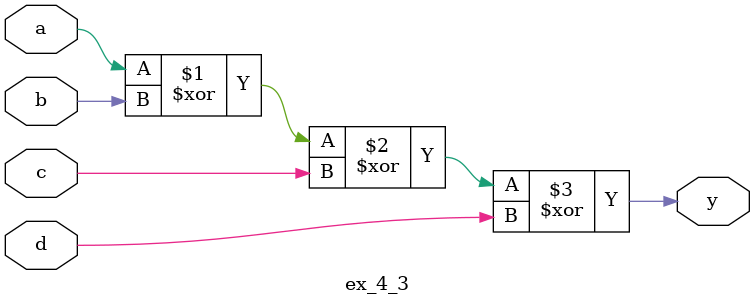
<source format=sv>
module ex_4_3 (
    input  logic a,
    input  logic b,
    input  logic c,
    input  logic d,
    output logic y
);
  assign y = a ^ b ^ c ^ d;
endmodule

</source>
